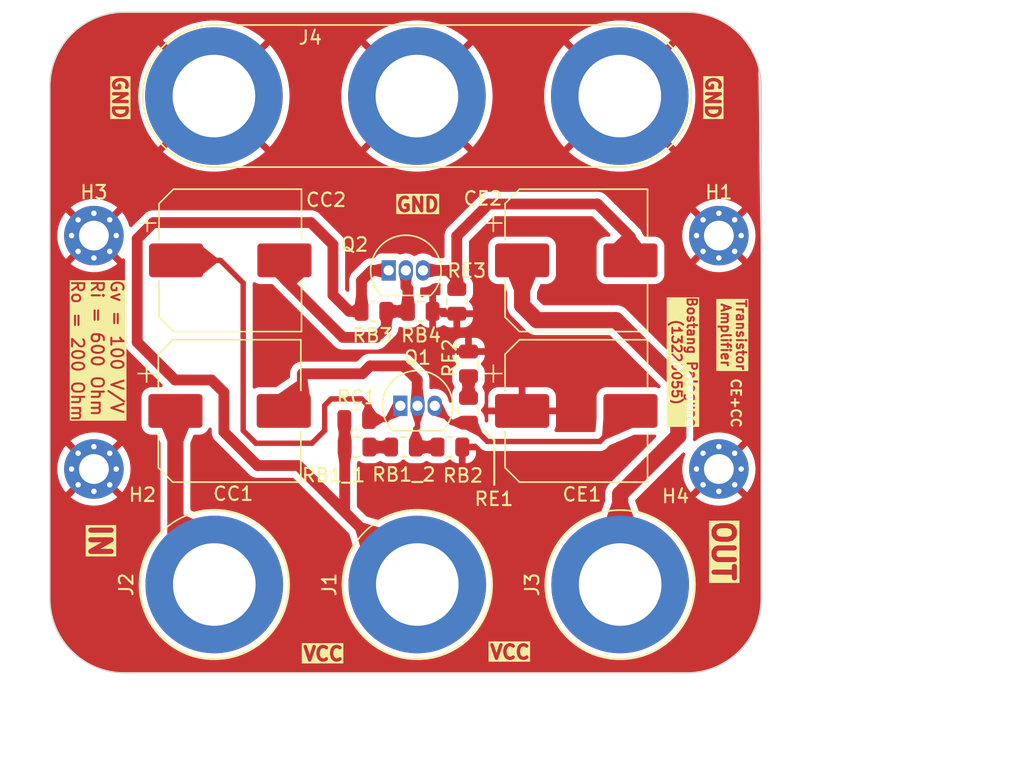
<source format=kicad_pcb>
(kicad_pcb (version 20221018) (generator pcbnew)
  (layers (0 "F.Cu" signal) (31 "B.Cu" signal) (34 "B.Paste" user) (35 "F.Paste" user) (36 "B.SilkS" user "B.Silkscreen") (37 "F.SilkS" user "F.Silkscreen") (38 "B.Mask" user) (39 "F.Mask" user) (44 "Edge.Cuts" user))
  (net 0 "")
  (net 1 "in")
  (net 2 "Net-(Q1-B)")
  (net 3 "Net-(Q1-C)")
  (net 4 "out1")
  (net 5 "GND")
  (net 6 "Net-(Q1-E)")
  (net 7 "out")
  (net 8 "Net-(Q2-E)")
  (net 9 "VCC")
  (net 10 "Net-(RB1_1-Pad2)")
  (net 11 "Net-(RE1-Pad2)")
  (footprint "Resistor_SMD:R_0805_2012Metric" (layer "F.Cu") (at 89.9395 143.7894)
    (fp_text reference "RB1_2" (at 0.0273 2.032) (layer "F.SilkS" knockout))
    (fp_text value "200")
    (fp_line (start -0.227064 -0.735) (end 0.227064 -0.735) (stroke (width 0.12)) (layer "F.SilkS"))
    (fp_line (start -0.227064 0.735) (end 0.227064 0.735) (stroke (width 0.12)) (layer "F.SilkS"))
    (pad "1" smd roundrect (at -0.9125 0) (size 1.025 1.4) (layers "F.Cu" "F.Paste" "F.Mask") (roundrect_rratio 0.243902439) (net 10 "Net-(RB1_1-Pad2)"))
    (pad "2" smd roundrect (at 0.9125 0) (size 1.025 1.4) (layers "F.Cu" "F.Paste" "F.Mask") (roundrect_rratio 0.243902439) (net 2 "Net-(Q1-B)"))
  )
  (footprint "Connector:Banana_Jack_1Pin" (layer "F.Cu") (at 75.9734 153.9494 90)
    (fp_text reference "J2" (at 0 -6.5 90) (layer "F.SilkS"))
    (fp_text value "Conn_01x01")
    (fp_circle (center 0 0) (end 5.5 0) (stroke (width 0.12)) (fill none) (layer "F.SilkS"))
    (pad "1" thru_hole circle (at 0 0 90) (size 10.16 10.16) (drill 6.1) (layers "*.Cu" "*.Mask") (net 1 "in"))
  )
  (footprint "Package_TO_SOT_THT:TO-92_Inline" (layer "F.Cu") (at 88.8492 130.7382)
    (fp_text reference "Q2" (at -2.5146 -1.9094) (layer "F.SilkS"))
    (fp_text value "NPN")
    (fp_line (start -0.53 1.85) (end 3.07 1.85) (stroke (width 0.12)) (layer "F.SilkS"))
    (fp_arc (start -0.568478 1.838478) (mid -1.132087 -0.994977) (end 1.27 -2.6) (stroke (width 0.12)) (layer "F.SilkS"))
    (fp_arc (start 1.27 -2.6) (mid 3.672087 -0.994977) (end 3.108478 1.838478) (stroke (width 0.12)) (layer "F.SilkS"))
    (pad "1" thru_hole rect (at 0 0) (size 1.05 1.5) (drill 0.75) (layers "*.Cu" "*.Mask") (net 9 "VCC"))
    (pad "2" thru_hole oval (at 1.27 0) (size 1.05 1.5) (drill 0.75) (layers "*.Cu" "*.Mask") (net 4 "out1"))
    (pad "3" thru_hole oval (at 2.54 0) (size 1.05 1.5) (drill 0.75) (layers "*.Cu" "*.Mask") (net 8 "Net-(Q2-E)"))
  )
  (footprint "Capacitor_SMD:CP_Elec_10x10" (layer "F.Cu") (at 77.153 129.9972)
    (fp_text reference "CC2" (at 7.0734 -4.4704) (layer "F.SilkS"))
    (fp_text value "1000u")
    (fp_line (start -6.75 -2.76) (end -5.5 -2.76) (stroke (width 0.12)) (layer "F.SilkS"))
    (fp_line (start -6.125 -3.385) (end -6.125 -2.135) (stroke (width 0.12)) (layer "F.SilkS"))
    (fp_line (start -5.26 -4.195563) (end -5.26 -1.51) (stroke (width 0.12)) (layer "F.SilkS"))
    (fp_line (start -5.26 -4.195563) (end -4.195563 -5.26) (stroke (width 0.12)) (layer "F.SilkS"))
    (fp_line (start -5.26 4.195563) (end -5.26 1.51) (stroke (width 0.12)) (layer "F.SilkS"))
    (fp_line (start -5.26 4.195563) (end -4.195563 5.26) (stroke (width 0.12)) (layer "F.SilkS"))
    (fp_line (start -4.195563 -5.26) (end 5.26 -5.26) (stroke (width 0.12)) (layer "F.SilkS"))
    (fp_line (start -4.195563 5.26) (end 5.26 5.26) (stroke (width 0.12)) (layer "F.SilkS"))
    (fp_line (start 5.26 -5.26) (end 5.26 -1.51) (stroke (width 0.12)) (layer "F.SilkS"))
    (fp_line (start 5.26 5.26) (end 5.26 1.51) (stroke (width 0.12)) (layer "F.SilkS"))
    (pad "1" smd roundrect (at -4 0) (size 4 2.5) (layers "F.Cu" "F.Paste" "F.Mask") (roundrect_rratio 0.1) (net 3 "Net-(Q1-C)"))
    (pad "2" smd roundrect (at 4 0) (size 4 2.5) (layers "F.Cu" "F.Paste" "F.Mask") (roundrect_rratio 0.1) (net 4 "out1"))
  )
  (footprint "Resistor_SMD:R_0805_2012Metric" (layer "F.Cu") (at 91.1841 133.7608)
    (fp_text reference "RB4" (at 0.0527 1.7736) (layer "F.SilkS"))
    (fp_text value "15k")
    (fp_line (start -0.227064 -0.735) (end 0.227064 -0.735) (stroke (width 0.12)) (layer "F.SilkS"))
    (fp_line (start -0.227064 0.735) (end 0.227064 0.735) (stroke (width 0.12)) (layer "F.SilkS"))
    (pad "1" smd roundrect (at -0.9125 0) (size 1.025 1.4) (layers "F.Cu" "F.Paste" "F.Mask") (roundrect_rratio 0.243902439) (net 4 "out1"))
    (pad "2" smd roundrect (at 0.9125 0) (size 1.025 1.4) (layers "F.Cu" "F.Paste" "F.Mask") (roundrect_rratio 0.243902439) (net 5 "GND"))
  )
  (footprint "MountingHole:MountingHole_2.2mm_M2_Pad_Via" (layer "F.Cu") (at 113.231526 128.166726)
    (fp_text reference "H1" (at 0 -3.2) (layer "F.SilkS"))
    (fp_text value "MountingHole_Pad")
    (pad "1" thru_hole circle (at -1.65 0) (size 0.7 0.7) (drill 0.4) (layers "*.Cu" "*.Mask") (net 5 "GND"))
    (pad "1" thru_hole circle (at -1.166726 -1.166726) (size 0.7 0.7) (drill 0.4) (layers "*.Cu" "*.Mask") (net 5 "GND"))
    (pad "1" thru_hole circle (at -1.166726 1.166726) (size 0.7 0.7) (drill 0.4) (layers "*.Cu" "*.Mask") (net 5 "GND"))
    (pad "1" thru_hole circle (at 0 -1.65) (size 0.7 0.7) (drill 0.4) (layers "*.Cu" "*.Mask") (net 5 "GND"))
    (pad "1" thru_hole circle (at 0 0) (size 4.4 4.4) (drill 2.2) (layers "*.Cu" "*.Mask") (net 5 "GND"))
    (pad "1" thru_hole circle (at 0 1.65) (size 0.7 0.7) (drill 0.4) (layers "*.Cu" "*.Mask") (net 5 "GND"))
    (pad "1" thru_hole circle (at 1.166726 -1.166726) (size 0.7 0.7) (drill 0.4) (layers "*.Cu" "*.Mask") (net 5 "GND"))
    (pad "1" thru_hole circle (at 1.166726 1.166726) (size 0.7 0.7) (drill 0.4) (layers "*.Cu" "*.Mask") (net 5 "GND"))
    (pad "1" thru_hole circle (at 1.65 0) (size 0.7 0.7) (drill 0.4) (layers "*.Cu" "*.Mask") (net 5 "GND"))
  )
  (footprint "Resistor_SMD:R_0805_2012Metric" (layer "F.Cu") (at 94.742 141.0735 90)
    (fp_text reference "RE1" (at -6.5513 1.8796 180) (layer "F.SilkS"))
    (fp_text value "820")
    (fp_line (start -0.227064 -0.735) (end 0.227064 -0.735) (stroke (width 0.12)) (layer "F.SilkS"))
    (fp_line (start -0.227064 0.735) (end 0.227064 0.735) (stroke (width 0.12)) (layer "F.SilkS"))
    (pad "1" smd roundrect (at -0.9125 0 90) (size 1.025 1.4) (layers "F.Cu" "F.Paste" "F.Mask") (roundrect_rratio 0.243902439) (net 6 "Net-(Q1-E)"))
    (pad "2" smd roundrect (at 0.9125 0 90) (size 1.025 1.4) (layers "F.Cu" "F.Paste" "F.Mask") (roundrect_rratio 0.243902439) (net 11 "Net-(RE1-Pad2)"))
  )
  (footprint "MountingHole:MountingHole_2.2mm_M2_Pad_Via" (layer "F.Cu") (at 67.083074 145.415)
    (fp_text reference "H2" (at 3.579726 1.905) (layer "F.SilkS"))
    (fp_text value "MountingHole_Pad")
    (pad "1" thru_hole circle (at -1.65 0) (size 0.7 0.7) (drill 0.4) (layers "*.Cu" "*.Mask") (net 5 "GND"))
    (pad "1" thru_hole circle (at -1.166726 -1.166726) (size 0.7 0.7) (drill 0.4) (layers "*.Cu" "*.Mask") (net 5 "GND"))
    (pad "1" thru_hole circle (at -1.166726 1.166726) (size 0.7 0.7) (drill 0.4) (layers "*.Cu" "*.Mask") (net 5 "GND"))
    (pad "1" thru_hole circle (at 0 -1.65) (size 0.7 0.7) (drill 0.4) (layers "*.Cu" "*.Mask") (net 5 "GND"))
    (pad "1" thru_hole circle (at 0 0) (size 4.4 4.4) (drill 2.2) (layers "*.Cu" "*.Mask") (net 5 "GND"))
    (pad "1" thru_hole circle (at 0 1.65) (size 0.7 0.7) (drill 0.4) (layers "*.Cu" "*.Mask") (net 5 "GND"))
    (pad "1" thru_hole circle (at 1.166726 -1.166726) (size 0.7 0.7) (drill 0.4) (layers "*.Cu" "*.Mask") (net 5 "GND"))
    (pad "1" thru_hole circle (at 1.166726 1.166726) (size 0.7 0.7) (drill 0.4) (layers "*.Cu" "*.Mask") (net 5 "GND"))
    (pad "1" thru_hole circle (at 1.65 0) (size 0.7 0.7) (drill 0.4) (layers "*.Cu" "*.Mask") (net 5 "GND"))
  )
  (footprint "Capacitor_SMD:CP_Elec_10x10" (layer "F.Cu") (at 102.7044 129.9972)
    (fp_text reference "CE2" (at -6.8956 -4.572) (layer "F.SilkS"))
    (fp_text value "1000u")
    (fp_line (start -6.75 -2.76) (end -5.5 -2.76) (stroke (width 0.12)) (layer "F.SilkS"))
    (fp_line (start -6.125 -3.385) (end -6.125 -2.135) (stroke (width 0.12)) (layer "F.SilkS"))
    (fp_line (start -5.26 -4.195563) (end -5.26 -1.51) (stroke (width 0.12)) (layer "F.SilkS"))
    (fp_line (start -5.26 -4.195563) (end -4.195563 -5.26) (stroke (width 0.12)) (layer "F.SilkS"))
    (fp_line (start -5.26 4.195563) (end -5.26 1.51) (stroke (width 0.12)) (layer "F.SilkS"))
    (fp_line (start -5.26 4.195563) (end -4.195563 5.26) (stroke (width 0.12)) (layer "F.SilkS"))
    (fp_line (start -4.195563 -5.26) (end 5.26 -5.26) (stroke (width 0.12)) (layer "F.SilkS"))
    (fp_line (start -4.195563 5.26) (end 5.26 5.26) (stroke (width 0.12)) (layer "F.SilkS"))
    (fp_line (start 5.26 -5.26) (end 5.26 -1.51) (stroke (width 0.12)) (layer "F.SilkS"))
    (fp_line (start 5.26 5.26) (end 5.26 1.51) (stroke (width 0.12)) (layer "F.SilkS"))
    (pad "1" smd roundrect (at -4 0) (size 4 2.5) (layers "F.Cu" "F.Paste" "F.Mask") (roundrect_rratio 0.1) (net 7 "out"))
    (pad "2" smd roundrect (at 4 0) (size 4 2.5) (layers "F.Cu" "F.Paste" "F.Mask") (roundrect_rratio 0.1) (net 8 "Net-(Q2-E)"))
  )
  (footprint "Resistor_SMD:R_0805_2012Metric" (layer "F.Cu") (at 93.3685 143.7894)
    (fp_text reference "RB2" (at 0.9671 2.1082) (layer "F.SilkS"))
    (fp_text value "820")
    (fp_line (start -0.227064 -0.735) (end 0.227064 -0.735) (stroke (width 0.12)) (layer "F.SilkS"))
    (fp_line (start -0.227064 0.735) (end 0.227064 0.735) (stroke (width 0.12)) (layer "F.SilkS"))
    (pad "1" smd roundrect (at -0.9125 0) (size 1.025 1.4) (layers "F.Cu" "F.Paste" "F.Mask") (roundrect_rratio 0.243902439) (net 2 "Net-(Q1-B)"))
    (pad "2" smd roundrect (at 0.9125 0) (size 1.025 1.4) (layers "F.Cu" "F.Paste" "F.Mask") (roundrect_rratio 0.243902439) (net 5 "GND"))
  )
  (footprint "Package_TO_SOT_THT:TO-92_Inline" (layer "F.Cu") (at 89.7128 140.7414)
    (fp_text reference "Q1" (at 1.27 -3.56) (layer "F.SilkS"))
    (fp_text value "NPN")
    (fp_line (start -0.53 1.85) (end 3.07 1.85) (stroke (width 0.12)) (layer "F.SilkS"))
    (fp_arc (start -0.568478 1.838478) (mid -1.132087 -0.994977) (end 1.27 -2.6) (stroke (width 0.12)) (layer "F.SilkS"))
    (fp_arc (start 1.27 -2.6) (mid 3.672087 -0.994977) (end 3.108478 1.838478) (stroke (width 0.12)) (layer "F.SilkS"))
    (pad "1" thru_hole rect (at 0 0) (size 1.05 1.5) (drill 0.75) (layers "*.Cu" "*.Mask") (net 3 "Net-(Q1-C)"))
    (pad "2" thru_hole oval (at 1.27 0) (size 1.05 1.5) (drill 0.75) (layers "*.Cu" "*.Mask") (net 2 "Net-(Q1-B)"))
    (pad "3" thru_hole oval (at 2.54 0) (size 1.05 1.5) (drill 0.75) (layers "*.Cu" "*.Mask") (net 6 "Net-(Q1-E)"))
  )
  (footprint "Connector:Banana_Jack_1Pin" (layer "F.Cu") (at 105.9434 153.9494 90)
    (fp_text reference "J3" (at 0 -6.5 90) (layer "F.SilkS"))
    (fp_text value "Conn_01x01")
    (fp_circle (center 0 0) (end 5.5 0) (stroke (width 0.12)) (fill none) (layer "F.SilkS"))
    (pad "1" thru_hole circle (at 0 0 90) (size 10.16 10.16) (drill 6.1) (layers "*.Cu" "*.Mask") (net 7 "out"))
  )
  (footprint "Connector:Banana_Jack_1Pin" (layer "F.Cu") (at 90.9634 153.9494 90)
    (fp_text reference "J1" (at 0 -6.5 90) (layer "F.SilkS"))
    (fp_text value "Conn_01x01")
    (fp_circle (center 0 0) (end 5.5 0) (stroke (width 0.12)) (fill none) (layer "F.SilkS"))
    (pad "1" thru_hole circle (at 0 0 90) (size 10.16 10.16) (drill 6.1) (layers "*.Cu" "*.Mask") (net 9 "VCC"))
  )
  (footprint "Resistor_SMD:R_0805_2012Metric" (layer "F.Cu") (at 87.7589 133.7608)
    (fp_text reference "RB3" (at -0.1035 1.778) (layer "F.SilkS"))
    (fp_text value "15k")
    (fp_line (start -0.227064 -0.735) (end 0.227064 -0.735) (stroke (width 0.12)) (layer "F.SilkS"))
    (fp_line (start -0.227064 0.735) (end 0.227064 0.735) (stroke (width 0.12)) (layer "F.SilkS"))
    (pad "1" smd roundrect (at -0.9125 0) (size 1.025 1.4) (layers "F.Cu" "F.Paste" "F.Mask") (roundrect_rratio 0.243902439) (net 9 "VCC"))
    (pad "2" smd roundrect (at 0.9125 0) (size 1.025 1.4) (layers "F.Cu" "F.Paste" "F.Mask") (roundrect_rratio 0.243902439) (net 4 "out1"))
  )
  (footprint "Capacitor_SMD:CP_Elec_10x10" (layer "F.Cu") (at 77.1022 141.1224)
    (fp_text reference "CC1" (at 0.2662 6.1214) (layer "F.SilkS"))
    (fp_text value "1000u")
    (fp_line (start -6.75 -2.76) (end -5.5 -2.76) (stroke (width 0.12)) (layer "F.SilkS"))
    (fp_line (start -6.125 -3.385) (end -6.125 -2.135) (stroke (width 0.12)) (layer "F.SilkS"))
    (fp_line (start -5.26 -4.195563) (end -5.26 -1.51) (stroke (width 0.12)) (layer "F.SilkS"))
    (fp_line (start -5.26 -4.195563) (end -4.195563 -5.26) (stroke (width 0.12)) (layer "F.SilkS"))
    (fp_line (start -5.26 4.195563) (end -5.26 1.51) (stroke (width 0.12)) (layer "F.SilkS"))
    (fp_line (start -5.26 4.195563) (end -4.195563 5.26) (stroke (width 0.12)) (layer "F.SilkS"))
    (fp_line (start -4.195563 -5.26) (end 5.26 -5.26) (stroke (width 0.12)) (layer "F.SilkS"))
    (fp_line (start -4.195563 5.26) (end 5.26 5.26) (stroke (width 0.12)) (layer "F.SilkS"))
    (fp_line (start 5.26 -5.26) (end 5.26 -1.51) (stroke (width 0.12)) (layer "F.SilkS"))
    (fp_line (start 5.26 5.26) (end 5.26 1.51) (stroke (width 0.12)) (layer "F.SilkS"))
    (pad "1" smd roundrect (at -4 0) (size 4 2.5) (layers "F.Cu" "F.Paste" "F.Mask") (roundrect_rratio 0.1) (net 1 "in"))
    (pad "2" smd roundrect (at 4 0) (size 4 2.5) (layers "F.Cu" "F.Paste" "F.Mask") (roundrect_rratio 0.1) (net 2 "Net-(Q1-B)"))
  )
  (footprint "Resistor_SMD:R_0805_2012Metric" (layer "F.Cu") (at 94.742 137.6445 90)
    (fp_text reference "RE2" (at 0.4337 -1.397 90) (layer "F.SilkS"))
    (fp_text value "51")
    (fp_line (start -0.227064 -0.735) (end 0.227064 -0.735) (stroke (width 0.12)) (layer "F.SilkS"))
    (fp_line (start -0.227064 0.735) (end 0.227064 0.735) (stroke (width 0.12)) (layer "F.SilkS"))
    (pad "1" smd roundrect (at -0.9125 0 90) (size 1.025 1.4) (layers "F.Cu" "F.Paste" "F.Mask") (roundrect_rratio 0.243902439) (net 11 "Net-(RE1-Pad2)"))
    (pad "2" smd roundrect (at 0.9125 0 90) (size 1.025 1.4) (layers "F.Cu" "F.Paste" "F.Mask") (roundrect_rratio 0.243902439) (net 5 "GND"))
  )
  (footprint "Resistor_SMD:R_0805_2012Metric" (layer "F.Cu") (at 86.4889 141.7574)
    (fp_text reference "RC1" (at 0 -1.65) (layer "F.SilkS"))
    (fp_text value "3k3")
    (fp_line (start -0.227064 -0.735) (end 0.227064 -0.735) (stroke (width 0.12)) (layer "F.SilkS"))
    (fp_line (start -0.227064 0.735) (end 0.227064 0.735) (stroke (width 0.12)) (layer "F.SilkS"))
    (pad "1" smd roundrect (at -0.9125 0) (size 1.025 1.4) (layers "F.Cu" "F.Paste" "F.Mask") (roundrect_rratio 0.243902439) (net 9 "VCC"))
    (pad "2" smd roundrect (at 0.9125 0) (size 1.025 1.4) (layers "F.Cu" "F.Paste" "F.Mask") (roundrect_rratio 0.243902439) (net 3 "Net-(Q1-C)"))
  )
  (footprint "Connector:Banana_Jack_3Pin" (layer "F.Cu") (at 75.946 117.856)
    (fp_text reference "J4" (at 7.112 -4.318) (layer "F.SilkS"))
    (fp_text value "Conn_01x03")
    (fp_line (start 0 5.25) (end 30 5.25) (stroke (width 0.12)) (layer "F.SilkS"))
    (fp_line (start 30 -5.25) (end 0 -5.25) (stroke (width 0.12)) (layer "F.SilkS"))
    (fp_arc (start 0 5.25) (mid -5.25 0) (end 0 -5.25) (stroke (width 0.12)) (layer "F.SilkS"))
    (fp_arc (start 30 -5.25) (mid 35.25 0) (end 30 5.25) (stroke (width 0.12)) (layer "F.SilkS"))
    (pad "1" thru_hole circle (at 0 0) (size 10.16 10.16) (drill 6.1) (layers "*.Cu" "*.Mask") (net 5 "GND"))
    (pad "2" thru_hole circle (at 14.99 0) (size 10.16 10.16) (drill 6.1) (layers "*.Cu" "*.Mask") (net 5 "GND"))
    (pad "3" thru_hole circle (at 29.97 0) (size 10.16 10.16) (drill 6.1) (layers "*.Cu" "*.Mask") (net 5 "GND"))
  )
  (footprint "MountingHole:MountingHole_2.2mm_M2_Pad_Via" (layer "F.Cu") (at 113.231526 145.415)
    (fp_text reference "H4" (at -3.198726 2.0066) (layer "F.SilkS"))
    (fp_text value "MountingHole_Pad")
    (pad "1" thru_hole circle (at -1.65 0) (size 0.7 0.7) (drill 0.4) (layers "*.Cu" "*.Mask") (net 5 "GND"))
    (pad "1" thru_hole circle (at -1.166726 -1.166726) (size 0.7 0.7) (drill 0.4) (layers "*.Cu" "*.Mask") (net 5 "GND"))
    (pad "1" thru_hole circle (at -1.166726 1.166726) (size 0.7 0.7) (drill 0.4) (layers "*.Cu" "*.Mask") (net 5 "GND"))
    (pad "1" thru_hole circle (at 0 -1.65) (size 0.7 0.7) (drill 0.4) (layers "*.Cu" "*.Mask") (net 5 "GND"))
    (pad "1" thru_hole circle (at 0 0) (size 4.4 4.4) (drill 2.2) (layers "*.Cu" "*.Mask") (net 5 "GND"))
    (pad "1" thru_hole circle (at 0 1.65) (size 0.7 0.7) (drill 0.4) (layers "*.Cu" "*.Mask") (net 5 "GND"))
    (pad "1" thru_hole circle (at 1.166726 -1.166726) (size 0.7 0.7) (drill 0.4) (layers "*.Cu" "*.Mask") (net 5 "GND"))
    (pad "1" thru_hole circle (at 1.166726 1.166726) (size 0.7 0.7) (drill 0.4) (layers "*.Cu" "*.Mask") (net 5 "GND"))
    (pad "1" thru_hole circle (at 1.65 0) (size 0.7 0.7) (drill 0.4) (layers "*.Cu" "*.Mask") (net 5 "GND"))
  )
  (footprint "Resistor_SMD:R_0805_2012Metric" (layer "F.Cu") (at 86.5143 143.7894)
    (fp_text reference "RB1_1" (at -1.7291 2.0828) (layer "F.SilkS"))
    (fp_text value "3k3")
    (fp_line (start -0.227064 -0.735) (end 0.227064 -0.735) (stroke (width 0.12)) (layer "F.SilkS"))
    (fp_line (start -0.227064 0.735) (end 0.227064 0.735) (stroke (width 0.12)) (layer "F.SilkS"))
    (pad "1" smd roundrect (at -0.9125 0) (size 1.025 1.4) (layers "F.Cu" "F.Paste" "F.Mask") (roundrect_rratio 0.243902439) (net 9 "VCC"))
    (pad "2" smd roundrect (at 0.9125 0) (size 1.025 1.4) (layers "F.Cu" "F.Paste" "F.Mask") (roundrect_rratio 0.243902439) (net 10 "Net-(RB1_1-Pad2)"))
  )
  (footprint "Capacitor_SMD:CP_Elec_10x10" (layer "F.Cu") (at 102.7044 141.1224)
    (fp_text reference "CE1" (at 0.4196 6.1722) (layer "F.SilkS"))
    (fp_text value "1000u")
    (fp_line (start -6.75 -2.76) (end -5.5 -2.76) (stroke (width 0.12)) (layer "F.SilkS"))
    (fp_line (start -6.125 -3.385) (end -6.125 -2.135) (stroke (width 0.12)) (layer "F.SilkS"))
    (fp_line (start -5.26 -4.195563) (end -5.26 -1.51) (stroke (width 0.12)) (layer "F.SilkS"))
    (fp_line (start -5.26 -4.195563) (end -4.195563 -5.26) (stroke (width 0.12)) (layer "F.SilkS"))
    (fp_line (start -5.26 4.195563) (end -5.26 1.51) (stroke (width 0.12)) (layer "F.SilkS"))
    (fp_line (start -5.26 4.195563) (end -4.195563 5.26) (stroke (width 0.12)) (layer "F.SilkS"))
    (fp_line (start -4.195563 -5.26) (end 5.26 -5.26) (stroke (width 0.12)) (layer "F.SilkS"))
    (fp_line (start -4.195563 5.26) (end 5.26 5.26) (stroke (width 0.12)) (layer "F.SilkS"))
    (fp_line (start 5.26 -5.26) (end 5.26 -1.51) (stroke (width 0.12)) (layer "F.SilkS"))
    (fp_line (start 5.26 5.26) (end 5.26 1.51) (stroke (width 0.12)) (layer "F.SilkS"))
    (pad "1" smd roundrect (at -4 0) (size 4 2.5) (layers "F.Cu" "F.Paste" "F.Mask") (roundrect_rratio 0.1) (net 5 "GND"))
    (pad "2" smd roundrect (at 4 0) (size 4 2.5) (layers "F.Cu" "F.Paste" "F.Mask") (roundrect_rratio 0.1) (net 6 "Net-(Q1-E)"))
  )
  (footprint "MountingHole:MountingHole_2.2mm_M2_Pad_Via" (layer "F.Cu") (at 67.083074 128.166726)
    (fp_text reference "H3" (at 0 -3.2) (layer "F.SilkS"))
    (fp_text value "MountingHole_Pad")
    (pad "1" thru_hole circle (at -1.65 0) (size 0.7 0.7) (drill 0.4) (layers "*.Cu" "*.Mask") (net 5 "GND"))
    (pad "1" thru_hole circle (at -1.166726 -1.166726) (size 0.7 0.7) (drill 0.4) (layers "*.Cu" "*.Mask") (net 5 "GND"))
    (pad "1" thru_hole circle (at -1.166726 1.166726) (size 0.7 0.7) (drill 0.4) (layers "*.Cu" "*.Mask") (net 5 "GND"))
    (pad "1" thru_hole circle (at 0 -1.65) (size 0.7 0.7) (drill 0.4) (layers "*.Cu" "*.Mask") (net 5 "GND"))
    (pad "1" thru_hole circle (at 0 0) (size 4.4 4.4) (drill 2.2) (layers "*.Cu" "*.Mask") (net 5 "GND"))
    (pad "1" thru_hole circle (at 0 1.65) (size 0.7 0.7) (drill 0.4) (layers "*.Cu" "*.Mask") (net 5 "GND"))
    (pad "1" thru_hole circle (at 1.166726 -1.166726) (size 0.7 0.7) (drill 0.4) (layers "*.Cu" "*.Mask") (net 5 "GND"))
    (pad "1" thru_hole circle (at 1.166726 1.166726) (size 0.7 0.7) (drill 0.4) (layers "*.Cu" "*.Mask") (net 5 "GND"))
    (pad "1" thru_hole circle (at 1.65 0) (size 0.7 0.7) (drill 0.4) (layers "*.Cu" "*.Mask") (net 5 "GND"))
  )
  (footprint "Resistor_SMD:R_0805_2012Metric" (layer "F.Cu") (at 93.8784 133.0261 -90)
    (fp_text reference "RE3" (at -2.2669 -0.7366 -180) (layer "F.SilkS"))
    (fp_text value "30k")
    (fp_line (start -0.227064 -0.735) (end 0.227064 -0.735) (stroke (width 0.12)) (layer "F.SilkS"))
    (fp_line (start -0.227064 0.735) (end 0.227064 0.735) (stroke (width 0.12)) (layer "F.SilkS"))
    (pad "1" smd roundrect (at -0.9125 0 270) (size 1.025 1.4) (layers "F.Cu" "F.Paste" "F.Mask") (roundrect_rratio 0.243902439) (net 8 "Net-(Q2-E)"))
    (pad "2" smd roundrect (at 0.9125 0 270) (size 1.025 1.4) (layers "F.Cu" "F.Paste" "F.Mask") (roundrect_rratio 0.243902439) (net 5 "GND"))
  )
  (gr_line (start 96.647 143.2814) (end 95.9104 142.5448) (stroke (width 0.15)) (layer "F.SilkS"))
  (gr_line (start 96.647 146.5834) (end 96.647 143.2814) (stroke (width 0.15)) (layer "F.SilkS"))
  (gr_line (start 110.8456 160.4772) (end 69.342 160.4772) (stroke (width 0.1)) (layer "Edge.Cuts"))
  (gr_line (start 63.8302 154.9654) (end 63.8302 117.1702) (stroke (width 0.1)) (layer "Edge.Cuts"))
  (gr_arc (start 110.8456 111.6584) (mid 114.743031 113.272769) (end 116.3574 117.1702) (stroke (width 0.1)) (layer "Edge.Cuts"))
  (gr_arc (start 116.3574 154.9654) (mid 114.743031 158.862831) (end 110.8456 160.4772) (stroke (width 0.1)) (layer "Edge.Cuts"))
  (gr_line (start 69.342 111.6584) (end 110.8456 111.6584) (stroke (width 0.1)) (layer "Edge.Cuts"))
  (gr_arc (start 63.8302 117.1702) (mid 65.444569 113.272769) (end 69.342 111.6584) (stroke (width 0.1)) (layer "Edge.Cuts"))
  (gr_arc (start 69.342 160.4772) (mid 65.444569 158.862831) (end 63.8302 154.9654) (stroke (width 0.1)) (layer "Edge.Cuts"))
  (gr_line (start 116.3574 117.1702) (end 116.3574 154.9654) (stroke (width 0.1)) (layer "Edge.Cuts"))
  (gr_text "CE+CC" (at 114.0714 140.5382 270) (layer "F.SilkS") (effects (font (size 0.7 0.7)) (justify bottom)))
  (gr_text "OUT" (at 112.6744 149.0726 270) (layer "F.SilkS" knockout) (effects (font (size 1.5 1.5) (thickness 0.375) bold) (justify left bottom)))
  (gr_text "VCC" (at 96.2152 159.5374) (layer "F.SilkS" knockout) (effects (font (size 1 1) (thickness 0.25) bold) (justify left bottom)))
  (gr_text "GND" (at 68.4022 116.2812 -90) (layer "F.SilkS" knockout) (effects (font (size 1 1) (thickness 0.25) bold) (justify left bottom)))
  (gr_text "Bostang Palaguna\n(13220055)" (at 109.7026 137.5156 270) (layer "F.SilkS" knockout) (effects (font (size 0.7 0.7)) (justify bottom)))
  (gr_text "Gv = 100 V/V\nRi = 600 Ohm\nRo = 200 Ohm" (at 65.3542 131.3688 270) (layer "F.SilkS" knockout) (effects (font (size 0.9 0.9)) (justify left bottom)))
  (gr_text "GND" (at 112.1918 116.2812 -90) (layer "F.SilkS" knockout) (effects (font (size 1 1) (thickness 0.25) bold) (justify left bottom)))
  (gr_text "VCC" (at 82.423 159.6644) (layer "F.SilkS" knockout) (effects (font (size 1 1) (thickness 0.25) bold) (justify left bottom)))
  (gr_text "GND" (at 89.3064 126.4666) (layer "F.SilkS" knockout) (effects (font (size 1 1) (thickness 0.25) bold) (justify left bottom)))
  (gr_text "Transistor\nAmplifier" (at 113.3348 135.509 270) (layer "F.SilkS" knockout) (effects (font (size 0.7 0.7)) (justify bottom)))
  (gr_text "IN" (at 66.6496 149.3266 270) (layer "F.SilkS" knockout) (effects (font (size 1.5 1.5) (thickness 0.375) bold) (justify left bottom)))
  (segment (start 73.1022 141.1224) (end 73.1022 151.0782) (width 1.2) (layer "F.Cu") (net 1))
  (segment (start 73.1022 151.0782) (end 75.9734 153.9494) (width 1.2) (layer "F.Cu") (net 1))
  (segment (start 90.9574 140.716) (end 90.9828 140.7414) (width 0.8) (layer "F.Cu") (net 2))
  (segment (start 81.1022 141.1224) (end 82.4738 139.7508) (width 0.8) (layer "F.Cu") (net 2))
  (segment (start 90.9574 138.811) (end 90.9574 140.716) (width 0.8) (layer "F.Cu") (net 2))
  (segment (start 89.9414 137.795) (end 90.9574 138.811) (width 0.8) (layer "F.Cu") (net 2))
  (segment (start 87.4776 137.795) (end 89.9414 137.795) (width 0.8) (layer "F.Cu") (net 2))
  (segment (start 82.4738 138.3792) (end 86.8934 138.3792) (width 0.8) (layer "F.Cu") (net 2))
  (segment (start 92.456 143.7894) (end 90.852 143.7894) (width 0.8) (layer "F.Cu") (net 2))
  (segment (start 90.9828 142.3162) (end 90.9828 140.7414) (width 0.4) (layer "F.Cu") (net 2))
  (segment (start 82.4738 139.7508) (end 82.4738 138.3792) (width 0.8) (layer "F.Cu") (net 2))
  (segment (start 90.852 142.447) (end 90.9828 142.3162) (width 0.4) (layer "F.Cu") (net 2))
  (segment (start 86.8934 138.3792) (end 87.4776 137.795) (width 0.8) (layer "F.Cu") (net 2))
  (segment (start 90.852 143.7894) (end 90.852 142.447) (width 0.4) (layer "F.Cu") (net 2))
  (segment (start 84.6074 140.2334) (end 84.1248 140.716) (width 0.4) (layer "F.Cu") (net 3))
  (segment (start 78.105 142.5702) (end 78.105 131.6736) (width 0.4) (layer "F.Cu") (net 3))
  (segment (start 87.4014 141.7574) (end 87.4014 140.7922) (width 0.4) (layer "F.Cu") (net 3))
  (segment (start 79.0448 143.51) (end 78.105 142.5702) (width 0.4) (layer "F.Cu") (net 3))
  (segment (start 78.105 131.6736) (end 76.4286 129.9972) (width 0.4) (layer "F.Cu") (net 3))
  (segment (start 87.4014 140.7922) (end 86.8426 140.2334) (width 0.4) (layer "F.Cu") (net 3))
  (segment (start 88.6968 141.7574) (end 89.7128 140.7414) (width 0.4) (layer "F.Cu") (net 3))
  (segment (start 83.185 143.51) (end 79.0448 143.51) (width 0.4) (layer "F.Cu") (net 3))
  (segment (start 76.4286 129.9972) (end 73.153 129.9972) (width 0.4) (layer "F.Cu") (net 3))
  (segment (start 86.8426 140.2334) (end 84.6074 140.2334) (width 0.4) (layer "F.Cu") (net 3))
  (segment (start 84.1248 142.5702) (end 83.185 143.51) (width 0.4) (layer "F.Cu") (net 3))
  (segment (start 84.1248 140.716) (end 84.1248 142.5702) (width 0.4) (layer "F.Cu") (net 3))
  (segment (start 87.4014 141.7574) (end 88.6968 141.7574) (width 0.4) (layer "F.Cu") (net 3))
  (segment (start 90.1192 130.7382) (end 90.1192 131.9276) (width 0.8) (layer "F.Cu") (net 4))
  (segment (start 81.153 131.3688) (end 85.471 135.6868) (width 0.8) (layer "F.Cu") (net 4))
  (segment (start 90.1192 131.9276) (end 90.2716 132.08) (width 0.8) (layer "F.Cu") (net 4))
  (segment (start 85.471 135.6868) (end 87.9348 135.6868) (width 0.8) (layer "F.Cu") (net 4))
  (segment (start 90.2716 133.7608) (end 88.6714 133.7608) (width 0.8) (layer "F.Cu") (net 4))
  (segment (start 81.153 129.9972) (end 81.153 131.3688) (width 0.8) (layer "F.Cu") (net 4))
  (segment (start 88.6714 134.9502) (end 88.6714 133.7608) (width 0.8) (layer "F.Cu") (net 4))
  (segment (start 90.2716 132.08) (end 90.2716 133.7608) (width 0.8) (layer "F.Cu") (net 4))
  (segment (start 87.9348 135.6868) (end 88.6714 134.9502) (width 0.8) (layer "F.Cu") (net 4))
  (segment (start 93.4974 141.986) (end 94.742 141.986) (width 0.4) (layer "F.Cu") (net 6))
  (segment (start 104.4438 143.383) (end 106.7044 141.1224) (width 0.4) (layer "F.Cu") (net 6))
  (segment (start 92.2528 140.7414) (end 93.4974 141.986) (width 0.4) (layer "F.Cu") (net 6))
  (segment (start 96.139 143.383) (end 104.4438 143.383) (width 0.4) (layer "F.Cu") (net 6))
  (segment (start 94.742 141.986) (end 96.139 143.383) (width 0.4) (layer "F.Cu") (net 6))
  (segment (start 105.9434 147.2692) (end 110.236 142.9766) (width 1.2) (layer "F.Cu") (net 7))
  (segment (start 105.9434 153.9494) (end 105.9434 147.2692) (width 1.2) (layer "F.Cu") (net 7))
  (segment (start 110.236 142.9766) (end 110.236 139.0142) (width 1.2) (layer "F.Cu") (net 7))
  (segment (start 98.7044 133.3246) (end 98.7044 129.9972) (width 1.2) (layer "F.Cu") (net 7))
  (segment (start 110.236 139.0142) (end 105.6386 134.4168) (width 1.2) (layer "F.Cu") (net 7))
  (segment (start 99.7966 134.4168) (end 98.7044 133.3246) (width 1.2) (layer "F.Cu") (net 7))
  (segment (start 105.6386 134.4168) (end 99.7966 134.4168) (width 1.2) (layer "F.Cu") (net 7))
  (segment (start 104.267 125.8316) (end 106.7044 128.269) (width 0.8) (layer "F.Cu") (net 8))
  (segment (start 93.8784 132.1136) (end 93.8784 128.1938) (width 0.8) (layer "F.Cu") (net 8))
  (segment (start 93.8784 132.1136) (end 93.8784 131.3776) (width 0.8) (layer "F.Cu") (net 8))
  (segment (start 93.8784 128.1938) (end 96.2406 125.8316) (width 0.8) (layer "F.Cu") (net 8))
  (segment (start 106.7044 128.269) (end 106.7044 129.9972) (width 0.8) (layer "F.Cu") (net 8))
  (segment (start 93.239 130.7382) (end 91.3892 130.7382) (width 0.8) (layer "F.Cu") (net 8))
  (segment (start 96.2406 125.8316) (end 104.267 125.8316) (width 0.8) (layer "F.Cu") (net 8))
  (segment (start 93.8784 131.3776) (end 93.239 130.7382) (width 0.8) (layer "F.Cu") (net 8))
  (segment (start 70.2818 128.397) (end 70.2818 136.0424) (width 0.8) (layer "F.Cu") (net 9))
  (segment (start 76.6826 139.7508) (end 76.6826 142.6718) (width 0.8) (layer "F.Cu") (net 9))
  (segment (start 85.6018 141.8082) (end 85.6018 143.7894) (width 0.8) (layer "F.Cu") (net 9))
  (segment (start 70.2818 136.0424) (end 73.0758 138.8364) (width 0.8) (layer "F.Cu") (net 9))
  (segment (start 82.175 145.161) (end 85.6018 148.5878) (width 0.8) (layer "F.Cu") (net 9))
  (segment (start 86.8426 131.4958) (end 86.8426 133.757) (width 0.8) (layer "F.Cu") (net 9))
  (segment (start 84.7344 132.5626) (end 84.7344 128.8288) (width 0.8) (layer "F.Cu") (net 9))
  (segment (start 85.9326 133.7608) (end 84.7344 132.5626) (width 0.8) (layer "F.Cu") (net 9))
  (segment (start 83.1088 127.2032) (end 71.4756 127.2032) (width 0.8) (layer "F.Cu") (net 9))
  (segment (start 85.6018 143.7894) (end 85.6018 148.5878) (width 0.8) (layer "F.Cu") (net 9))
  (segment (start 73.0758 138.8364) (end 75.7682 138.8364) (width 0.8) (layer "F.Cu") (net 9))
  (segment (start 88.8492 130.7382) (end 87.6002 130.7382) (width 0.8) (layer "F.Cu") (net 9))
  (segment (start 87.6002 130.7382) (end 86.8426 131.4958) (width 0.8) (layer "F.Cu") (net 9))
  (segment (start 76.6826 142.6718) (end 79.1718 145.161) (width 0.8) (layer "F.Cu") (net 9))
  (segment (start 85.6018 148.5878) (end 90.9634 153.9494) (width 0.8) (layer "F.Cu") (net 9))
  (segment (start 79.1718 145.161) (end 82.175 145.161) (width 0.8) (layer "F.Cu") (net 9))
  (segment (start 84.7344 128.8288) (end 83.1088 127.2032) (width 0.8) (layer "F.Cu") (net 9))
  (segment (start 75.7682 138.8364) (end 76.6826 139.7508) (width 0.8) (layer "F.Cu") (net 9))
  (segment (start 86.8426 133.757) (end 86.8464 133.7608) (width 0.8) (layer "F.Cu") (net 9))
  (segment (start 71.4756 127.2032) (end 70.2818 128.397) (width 0.8) (layer "F.Cu") (net 9))
  (segment (start 86.8464 133.7608) (end 85.9326 133.7608) (width 0.8) (layer "F.Cu") (net 9))
  (segment (start 89.027 143.7894) (end 87.4268 143.7894) (width 0.8) (layer "F.Cu") (net 10))
  (segment (start 94.742 140.161) (end 94.742 138.557) (width 0.8) (layer "F.Cu") (net 11))
  (zone (net 5) (net_name "GND") (layer "F.Cu") (connect_pads (clearance 0.5)) (min_thickness 0.25) (fill yes (thermal_gap 0.5) (thermal_bridge_width 0.5))
    (polygon (pts (xy 63.9318 160.5534) (xy 63.3476 111.506) (xy 116.1034 111.6838) (xy 116.6876 160.7312)))
  )
)
</source>
